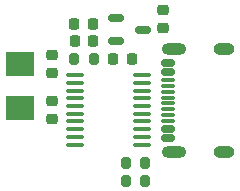
<source format=gbr>
%TF.GenerationSoftware,KiCad,Pcbnew,8.0.6*%
%TF.CreationDate,2024-11-25T04:34:58+09:00*%
%TF.ProjectId,pointify,706f696e-7469-4667-992e-6b696361645f,rev?*%
%TF.SameCoordinates,Original*%
%TF.FileFunction,Paste,Top*%
%TF.FilePolarity,Positive*%
%FSLAX46Y46*%
G04 Gerber Fmt 4.6, Leading zero omitted, Abs format (unit mm)*
G04 Created by KiCad (PCBNEW 8.0.6) date 2024-11-25 04:34:58*
%MOMM*%
%LPD*%
G01*
G04 APERTURE LIST*
G04 Aperture macros list*
%AMRoundRect*
0 Rectangle with rounded corners*
0 $1 Rounding radius*
0 $2 $3 $4 $5 $6 $7 $8 $9 X,Y pos of 4 corners*
0 Add a 4 corners polygon primitive as box body*
4,1,4,$2,$3,$4,$5,$6,$7,$8,$9,$2,$3,0*
0 Add four circle primitives for the rounded corners*
1,1,$1+$1,$2,$3*
1,1,$1+$1,$4,$5*
1,1,$1+$1,$6,$7*
1,1,$1+$1,$8,$9*
0 Add four rect primitives between the rounded corners*
20,1,$1+$1,$2,$3,$4,$5,0*
20,1,$1+$1,$4,$5,$6,$7,0*
20,1,$1+$1,$6,$7,$8,$9,0*
20,1,$1+$1,$8,$9,$2,$3,0*%
G04 Aperture macros list end*
%ADD10RoundRect,0.225000X0.225000X0.250000X-0.225000X0.250000X-0.225000X-0.250000X0.225000X-0.250000X0*%
%ADD11RoundRect,0.200000X-0.200000X-0.275000X0.200000X-0.275000X0.200000X0.275000X-0.200000X0.275000X0*%
%ADD12RoundRect,0.225000X0.250000X-0.225000X0.250000X0.225000X-0.250000X0.225000X-0.250000X-0.225000X0*%
%ADD13RoundRect,0.150000X0.425000X-0.150000X0.425000X0.150000X-0.425000X0.150000X-0.425000X-0.150000X0*%
%ADD14RoundRect,0.075000X0.500000X-0.075000X0.500000X0.075000X-0.500000X0.075000X-0.500000X-0.075000X0*%
%ADD15O,2.100000X1.000000*%
%ADD16O,1.800000X1.000000*%
%ADD17R,2.400000X2.000000*%
%ADD18RoundRect,0.150000X-0.512500X-0.150000X0.512500X-0.150000X0.512500X0.150000X-0.512500X0.150000X0*%
%ADD19RoundRect,0.225000X-0.225000X-0.250000X0.225000X-0.250000X0.225000X0.250000X-0.225000X0.250000X0*%
%ADD20RoundRect,0.100000X-0.637500X-0.100000X0.637500X-0.100000X0.637500X0.100000X-0.637500X0.100000X0*%
%ADD21RoundRect,0.200000X0.200000X0.275000X-0.200000X0.275000X-0.200000X-0.275000X0.200000X-0.275000X0*%
%ADD22RoundRect,0.225000X-0.250000X0.225000X-0.250000X-0.225000X0.250000X-0.225000X0.250000X0.225000X0*%
G04 APERTURE END LIST*
D10*
%TO.C,C3*%
X128650000Y-71700000D03*
X127100000Y-71700000D03*
%TD*%
D11*
%TO.C,R1*%
X131475000Y-83500000D03*
X133125000Y-83500000D03*
%TD*%
D12*
%TO.C,C2*%
X134600000Y-72075000D03*
X134600000Y-70525000D03*
%TD*%
D10*
%TO.C,C6*%
X128675000Y-73200000D03*
X127125000Y-73200000D03*
%TD*%
D13*
%TO.C,J3*%
X135010000Y-81400000D03*
X135010000Y-80600000D03*
D14*
X135010000Y-79450000D03*
X135010000Y-78450000D03*
X135010000Y-77950000D03*
X135010000Y-76950000D03*
D13*
X135010000Y-75800000D03*
X135010000Y-75000000D03*
X135010000Y-75000000D03*
X135010000Y-75800000D03*
D14*
X135010000Y-76450000D03*
X135010000Y-77450000D03*
X135010000Y-78950000D03*
X135010000Y-79950000D03*
D13*
X135010000Y-80600000D03*
X135010000Y-81400000D03*
D15*
X135585000Y-82520000D03*
D16*
X139765000Y-82520000D03*
D15*
X135585000Y-73880000D03*
D16*
X139765000Y-73880000D03*
%TD*%
D17*
%TO.C,Y1*%
X122500000Y-78850000D03*
X122500000Y-75150000D03*
%TD*%
D18*
%TO.C,U1*%
X130625000Y-71250000D03*
X130625000Y-73150000D03*
X132900000Y-72200000D03*
%TD*%
D19*
%TO.C,C1*%
X130400000Y-74700000D03*
X131950000Y-74700000D03*
%TD*%
D11*
%TO.C,R2*%
X131475000Y-85000000D03*
X133125000Y-85000000D03*
%TD*%
D12*
%TO.C,C4*%
X125200000Y-75900000D03*
X125200000Y-74350000D03*
%TD*%
D20*
%TO.C,U2*%
X127137500Y-76075000D03*
X127137500Y-76725000D03*
X127137500Y-77375000D03*
X127137500Y-78025000D03*
X127137500Y-78675000D03*
X127137500Y-79325000D03*
X127137500Y-79975000D03*
X127137500Y-80625000D03*
X127137500Y-81275000D03*
X127137500Y-81925000D03*
X132862500Y-81925000D03*
X132862500Y-81275000D03*
X132862500Y-80625000D03*
X132862500Y-79975000D03*
X132862500Y-79325000D03*
X132862500Y-78675000D03*
X132862500Y-78025000D03*
X132862500Y-77375000D03*
X132862500Y-76725000D03*
X132862500Y-76075000D03*
%TD*%
D21*
%TO.C,R3*%
X128750000Y-74700000D03*
X127100000Y-74700000D03*
%TD*%
D22*
%TO.C,C5*%
X125200000Y-78225000D03*
X125200000Y-79775000D03*
%TD*%
M02*

</source>
